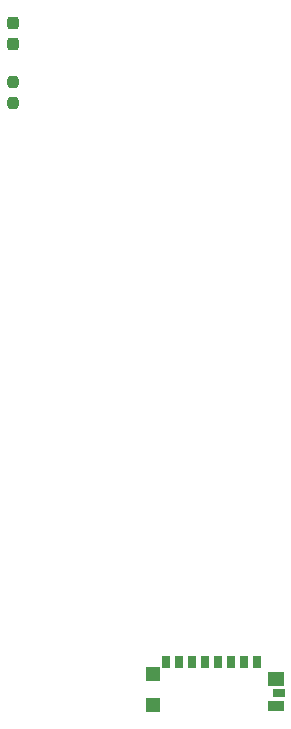
<source format=gtp>
%TF.GenerationSoftware,KiCad,Pcbnew,(6.0.2)*%
%TF.CreationDate,2022-03-20T12:26:15-06:00*%
%TF.ProjectId,carrier_board,63617272-6965-4725-9f62-6f6172642e6b,1*%
%TF.SameCoordinates,Original*%
%TF.FileFunction,Paste,Top*%
%TF.FilePolarity,Positive*%
%FSLAX46Y46*%
G04 Gerber Fmt 4.6, Leading zero omitted, Abs format (unit mm)*
G04 Created by KiCad (PCBNEW (6.0.2)) date 2022-03-20 12:26:15*
%MOMM*%
%LPD*%
G01*
G04 APERTURE LIST*
G04 Aperture macros list*
%AMRoundRect*
0 Rectangle with rounded corners*
0 $1 Rounding radius*
0 $2 $3 $4 $5 $6 $7 $8 $9 X,Y pos of 4 corners*
0 Add a 4 corners polygon primitive as box body*
4,1,4,$2,$3,$4,$5,$6,$7,$8,$9,$2,$3,0*
0 Add four circle primitives for the rounded corners*
1,1,$1+$1,$2,$3*
1,1,$1+$1,$4,$5*
1,1,$1+$1,$6,$7*
1,1,$1+$1,$8,$9*
0 Add four rect primitives between the rounded corners*
20,1,$1+$1,$2,$3,$4,$5,0*
20,1,$1+$1,$4,$5,$6,$7,0*
20,1,$1+$1,$6,$7,$8,$9,0*
20,1,$1+$1,$8,$9,$2,$3,0*%
G04 Aperture macros list end*
%ADD10RoundRect,0.237500X0.237500X-0.287500X0.237500X0.287500X-0.237500X0.287500X-0.237500X-0.287500X0*%
%ADD11R,1.150000X1.200000*%
%ADD12R,1.450000X1.200000*%
%ADD13R,1.000000X0.700000*%
%ADD14R,1.400000X0.900000*%
%ADD15R,0.700000X1.000000*%
%ADD16RoundRect,0.237500X-0.237500X0.250000X-0.237500X-0.250000X0.237500X-0.250000X0.237500X0.250000X0*%
G04 APERTURE END LIST*
D10*
%TO.C,D1*%
X130000000Y-68750000D03*
X130000000Y-67000000D03*
%TD*%
D11*
%TO.C,J1*%
X141915000Y-122110000D03*
X141915000Y-124700000D03*
D12*
X152315000Y-122550000D03*
D13*
X152540000Y-123700000D03*
D14*
X152340000Y-124850000D03*
D15*
X150690000Y-121060000D03*
X149590000Y-121060000D03*
X148490000Y-121060000D03*
X147390000Y-121060000D03*
X146290000Y-121060000D03*
X145190000Y-121060000D03*
X144090000Y-121060000D03*
X142990000Y-121060000D03*
%TD*%
D16*
%TO.C,R1*%
X130000000Y-71962500D03*
X130000000Y-73787500D03*
%TD*%
M02*

</source>
